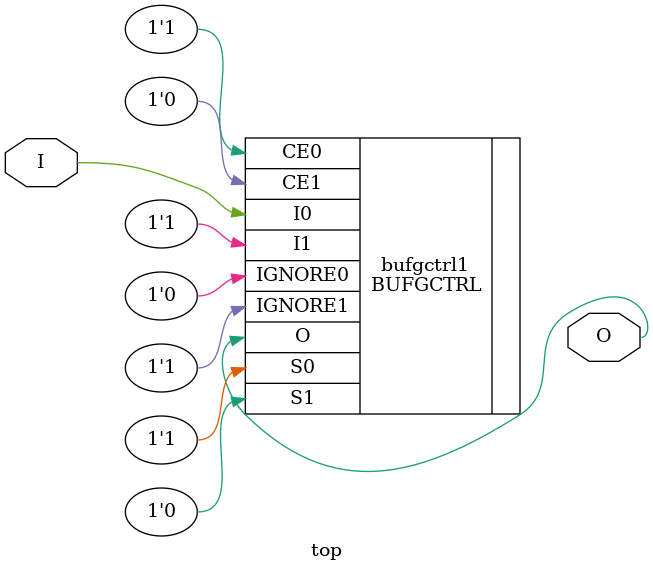
<source format=v>
module top (O, I);
    input I;
    output O;

    BUFGCTRL bufgctrl1(
        .IGNORE1(1'b1),
        .CE1(1'b0),
        .S1(1'b0),
        .I1(1'b1),
        .I0(I),
        .S0(1'b1),
        .CE0(1'b1),
        .IGNORE0(1'b0),
        .O(O)
    );

endmodule 
</source>
